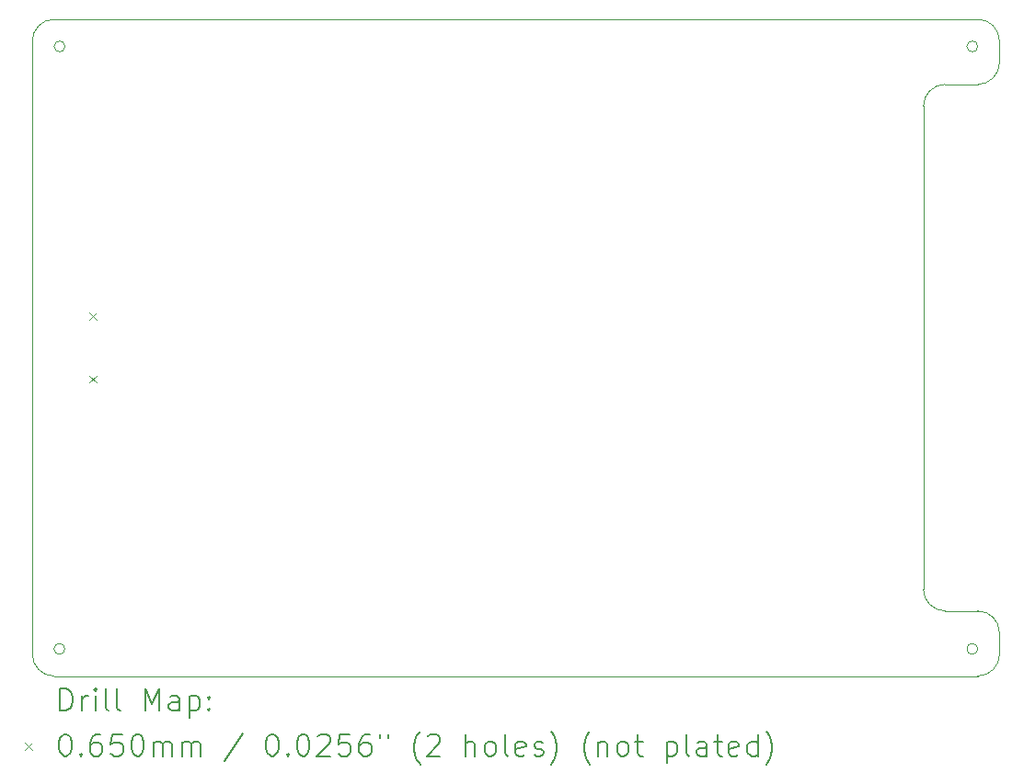
<source format=gbr>
%TF.GenerationSoftware,KiCad,Pcbnew,7.0.6*%
%TF.CreationDate,2023-07-20T20:35:06+02:00*%
%TF.ProjectId,black_scope,626c6163-6b5f-4736-936f-70652e6b6963,rev?*%
%TF.SameCoordinates,Original*%
%TF.FileFunction,Drillmap*%
%TF.FilePolarity,Positive*%
%FSLAX45Y45*%
G04 Gerber Fmt 4.5, Leading zero omitted, Abs format (unit mm)*
G04 Created by KiCad (PCBNEW 7.0.6) date 2023-07-20 20:35:06*
%MOMM*%
%LPD*%
G01*
G04 APERTURE LIST*
%ADD10C,0.100000*%
%ADD11C,0.200000*%
%ADD12C,0.065000*%
G04 APERTURE END LIST*
D10*
X18500000Y-7825000D02*
X18200000Y-7825000D01*
X18500000Y-13025000D02*
G75*
G03*
X18500000Y-13025000I-50000J0D01*
G01*
X18500000Y-7475000D02*
G75*
G03*
X18500000Y-7475000I-50000J0D01*
G01*
X18700000Y-13075000D02*
X18700000Y-12875000D01*
X18500000Y-13275000D02*
G75*
G03*
X18700000Y-13075000I0J200000D01*
G01*
X18000000Y-12475000D02*
G75*
G03*
X18200000Y-12675000I200000J0D01*
G01*
X10100000Y-13025000D02*
G75*
G03*
X10100000Y-13025000I-50000J0D01*
G01*
X10000000Y-7225000D02*
G75*
G03*
X9800000Y-7425000I0J-200000D01*
G01*
X9800000Y-13075000D02*
G75*
G03*
X10000000Y-13275000I200000J0D01*
G01*
X10000000Y-13275000D02*
X18500000Y-13275000D01*
X18500000Y-12675000D02*
X18200000Y-12675000D01*
X18700000Y-12875000D02*
G75*
G03*
X18500000Y-12675000I-200000J0D01*
G01*
X10100000Y-7475000D02*
G75*
G03*
X10100000Y-7475000I-50000J0D01*
G01*
X9800000Y-7425000D02*
X9800000Y-13075000D01*
X18500000Y-7825000D02*
G75*
G03*
X18700000Y-7625000I0J200000D01*
G01*
X18700000Y-7425000D02*
G75*
G03*
X18500000Y-7225000I-200000J0D01*
G01*
X18700000Y-7425000D02*
X18700000Y-7625000D01*
X18000000Y-12475000D02*
X18000000Y-8025000D01*
X10000000Y-7225000D02*
X18500000Y-7225000D01*
X18200000Y-7825000D02*
G75*
G03*
X18000000Y-8025000I0J-200000D01*
G01*
D11*
D12*
X10327500Y-9928500D02*
X10392500Y-9993500D01*
X10392500Y-9928500D02*
X10327500Y-9993500D01*
X10327500Y-10506500D02*
X10392500Y-10571500D01*
X10392500Y-10506500D02*
X10327500Y-10571500D01*
D11*
X10055777Y-13591484D02*
X10055777Y-13391484D01*
X10055777Y-13391484D02*
X10103396Y-13391484D01*
X10103396Y-13391484D02*
X10131967Y-13401008D01*
X10131967Y-13401008D02*
X10151015Y-13420055D01*
X10151015Y-13420055D02*
X10160539Y-13439103D01*
X10160539Y-13439103D02*
X10170063Y-13477198D01*
X10170063Y-13477198D02*
X10170063Y-13505769D01*
X10170063Y-13505769D02*
X10160539Y-13543865D01*
X10160539Y-13543865D02*
X10151015Y-13562912D01*
X10151015Y-13562912D02*
X10131967Y-13581960D01*
X10131967Y-13581960D02*
X10103396Y-13591484D01*
X10103396Y-13591484D02*
X10055777Y-13591484D01*
X10255777Y-13591484D02*
X10255777Y-13458150D01*
X10255777Y-13496246D02*
X10265301Y-13477198D01*
X10265301Y-13477198D02*
X10274824Y-13467674D01*
X10274824Y-13467674D02*
X10293872Y-13458150D01*
X10293872Y-13458150D02*
X10312920Y-13458150D01*
X10379586Y-13591484D02*
X10379586Y-13458150D01*
X10379586Y-13391484D02*
X10370063Y-13401008D01*
X10370063Y-13401008D02*
X10379586Y-13410531D01*
X10379586Y-13410531D02*
X10389110Y-13401008D01*
X10389110Y-13401008D02*
X10379586Y-13391484D01*
X10379586Y-13391484D02*
X10379586Y-13410531D01*
X10503396Y-13591484D02*
X10484348Y-13581960D01*
X10484348Y-13581960D02*
X10474824Y-13562912D01*
X10474824Y-13562912D02*
X10474824Y-13391484D01*
X10608158Y-13591484D02*
X10589110Y-13581960D01*
X10589110Y-13581960D02*
X10579586Y-13562912D01*
X10579586Y-13562912D02*
X10579586Y-13391484D01*
X10836729Y-13591484D02*
X10836729Y-13391484D01*
X10836729Y-13391484D02*
X10903396Y-13534341D01*
X10903396Y-13534341D02*
X10970063Y-13391484D01*
X10970063Y-13391484D02*
X10970063Y-13591484D01*
X11151015Y-13591484D02*
X11151015Y-13486722D01*
X11151015Y-13486722D02*
X11141491Y-13467674D01*
X11141491Y-13467674D02*
X11122444Y-13458150D01*
X11122444Y-13458150D02*
X11084348Y-13458150D01*
X11084348Y-13458150D02*
X11065301Y-13467674D01*
X11151015Y-13581960D02*
X11131967Y-13591484D01*
X11131967Y-13591484D02*
X11084348Y-13591484D01*
X11084348Y-13591484D02*
X11065301Y-13581960D01*
X11065301Y-13581960D02*
X11055777Y-13562912D01*
X11055777Y-13562912D02*
X11055777Y-13543865D01*
X11055777Y-13543865D02*
X11065301Y-13524817D01*
X11065301Y-13524817D02*
X11084348Y-13515293D01*
X11084348Y-13515293D02*
X11131967Y-13515293D01*
X11131967Y-13515293D02*
X11151015Y-13505769D01*
X11246253Y-13458150D02*
X11246253Y-13658150D01*
X11246253Y-13467674D02*
X11265301Y-13458150D01*
X11265301Y-13458150D02*
X11303396Y-13458150D01*
X11303396Y-13458150D02*
X11322443Y-13467674D01*
X11322443Y-13467674D02*
X11331967Y-13477198D01*
X11331967Y-13477198D02*
X11341491Y-13496246D01*
X11341491Y-13496246D02*
X11341491Y-13553388D01*
X11341491Y-13553388D02*
X11331967Y-13572436D01*
X11331967Y-13572436D02*
X11322443Y-13581960D01*
X11322443Y-13581960D02*
X11303396Y-13591484D01*
X11303396Y-13591484D02*
X11265301Y-13591484D01*
X11265301Y-13591484D02*
X11246253Y-13581960D01*
X11427205Y-13572436D02*
X11436729Y-13581960D01*
X11436729Y-13581960D02*
X11427205Y-13591484D01*
X11427205Y-13591484D02*
X11417682Y-13581960D01*
X11417682Y-13581960D02*
X11427205Y-13572436D01*
X11427205Y-13572436D02*
X11427205Y-13591484D01*
X11427205Y-13467674D02*
X11436729Y-13477198D01*
X11436729Y-13477198D02*
X11427205Y-13486722D01*
X11427205Y-13486722D02*
X11417682Y-13477198D01*
X11417682Y-13477198D02*
X11427205Y-13467674D01*
X11427205Y-13467674D02*
X11427205Y-13486722D01*
D12*
X9730000Y-13887500D02*
X9795000Y-13952500D01*
X9795000Y-13887500D02*
X9730000Y-13952500D01*
D11*
X10093872Y-13811484D02*
X10112920Y-13811484D01*
X10112920Y-13811484D02*
X10131967Y-13821008D01*
X10131967Y-13821008D02*
X10141491Y-13830531D01*
X10141491Y-13830531D02*
X10151015Y-13849579D01*
X10151015Y-13849579D02*
X10160539Y-13887674D01*
X10160539Y-13887674D02*
X10160539Y-13935293D01*
X10160539Y-13935293D02*
X10151015Y-13973388D01*
X10151015Y-13973388D02*
X10141491Y-13992436D01*
X10141491Y-13992436D02*
X10131967Y-14001960D01*
X10131967Y-14001960D02*
X10112920Y-14011484D01*
X10112920Y-14011484D02*
X10093872Y-14011484D01*
X10093872Y-14011484D02*
X10074824Y-14001960D01*
X10074824Y-14001960D02*
X10065301Y-13992436D01*
X10065301Y-13992436D02*
X10055777Y-13973388D01*
X10055777Y-13973388D02*
X10046253Y-13935293D01*
X10046253Y-13935293D02*
X10046253Y-13887674D01*
X10046253Y-13887674D02*
X10055777Y-13849579D01*
X10055777Y-13849579D02*
X10065301Y-13830531D01*
X10065301Y-13830531D02*
X10074824Y-13821008D01*
X10074824Y-13821008D02*
X10093872Y-13811484D01*
X10246253Y-13992436D02*
X10255777Y-14001960D01*
X10255777Y-14001960D02*
X10246253Y-14011484D01*
X10246253Y-14011484D02*
X10236729Y-14001960D01*
X10236729Y-14001960D02*
X10246253Y-13992436D01*
X10246253Y-13992436D02*
X10246253Y-14011484D01*
X10427205Y-13811484D02*
X10389110Y-13811484D01*
X10389110Y-13811484D02*
X10370063Y-13821008D01*
X10370063Y-13821008D02*
X10360539Y-13830531D01*
X10360539Y-13830531D02*
X10341491Y-13859103D01*
X10341491Y-13859103D02*
X10331967Y-13897198D01*
X10331967Y-13897198D02*
X10331967Y-13973388D01*
X10331967Y-13973388D02*
X10341491Y-13992436D01*
X10341491Y-13992436D02*
X10351015Y-14001960D01*
X10351015Y-14001960D02*
X10370063Y-14011484D01*
X10370063Y-14011484D02*
X10408158Y-14011484D01*
X10408158Y-14011484D02*
X10427205Y-14001960D01*
X10427205Y-14001960D02*
X10436729Y-13992436D01*
X10436729Y-13992436D02*
X10446253Y-13973388D01*
X10446253Y-13973388D02*
X10446253Y-13925769D01*
X10446253Y-13925769D02*
X10436729Y-13906722D01*
X10436729Y-13906722D02*
X10427205Y-13897198D01*
X10427205Y-13897198D02*
X10408158Y-13887674D01*
X10408158Y-13887674D02*
X10370063Y-13887674D01*
X10370063Y-13887674D02*
X10351015Y-13897198D01*
X10351015Y-13897198D02*
X10341491Y-13906722D01*
X10341491Y-13906722D02*
X10331967Y-13925769D01*
X10627205Y-13811484D02*
X10531967Y-13811484D01*
X10531967Y-13811484D02*
X10522444Y-13906722D01*
X10522444Y-13906722D02*
X10531967Y-13897198D01*
X10531967Y-13897198D02*
X10551015Y-13887674D01*
X10551015Y-13887674D02*
X10598634Y-13887674D01*
X10598634Y-13887674D02*
X10617682Y-13897198D01*
X10617682Y-13897198D02*
X10627205Y-13906722D01*
X10627205Y-13906722D02*
X10636729Y-13925769D01*
X10636729Y-13925769D02*
X10636729Y-13973388D01*
X10636729Y-13973388D02*
X10627205Y-13992436D01*
X10627205Y-13992436D02*
X10617682Y-14001960D01*
X10617682Y-14001960D02*
X10598634Y-14011484D01*
X10598634Y-14011484D02*
X10551015Y-14011484D01*
X10551015Y-14011484D02*
X10531967Y-14001960D01*
X10531967Y-14001960D02*
X10522444Y-13992436D01*
X10760539Y-13811484D02*
X10779586Y-13811484D01*
X10779586Y-13811484D02*
X10798634Y-13821008D01*
X10798634Y-13821008D02*
X10808158Y-13830531D01*
X10808158Y-13830531D02*
X10817682Y-13849579D01*
X10817682Y-13849579D02*
X10827205Y-13887674D01*
X10827205Y-13887674D02*
X10827205Y-13935293D01*
X10827205Y-13935293D02*
X10817682Y-13973388D01*
X10817682Y-13973388D02*
X10808158Y-13992436D01*
X10808158Y-13992436D02*
X10798634Y-14001960D01*
X10798634Y-14001960D02*
X10779586Y-14011484D01*
X10779586Y-14011484D02*
X10760539Y-14011484D01*
X10760539Y-14011484D02*
X10741491Y-14001960D01*
X10741491Y-14001960D02*
X10731967Y-13992436D01*
X10731967Y-13992436D02*
X10722444Y-13973388D01*
X10722444Y-13973388D02*
X10712920Y-13935293D01*
X10712920Y-13935293D02*
X10712920Y-13887674D01*
X10712920Y-13887674D02*
X10722444Y-13849579D01*
X10722444Y-13849579D02*
X10731967Y-13830531D01*
X10731967Y-13830531D02*
X10741491Y-13821008D01*
X10741491Y-13821008D02*
X10760539Y-13811484D01*
X10912920Y-14011484D02*
X10912920Y-13878150D01*
X10912920Y-13897198D02*
X10922444Y-13887674D01*
X10922444Y-13887674D02*
X10941491Y-13878150D01*
X10941491Y-13878150D02*
X10970063Y-13878150D01*
X10970063Y-13878150D02*
X10989110Y-13887674D01*
X10989110Y-13887674D02*
X10998634Y-13906722D01*
X10998634Y-13906722D02*
X10998634Y-14011484D01*
X10998634Y-13906722D02*
X11008158Y-13887674D01*
X11008158Y-13887674D02*
X11027205Y-13878150D01*
X11027205Y-13878150D02*
X11055777Y-13878150D01*
X11055777Y-13878150D02*
X11074825Y-13887674D01*
X11074825Y-13887674D02*
X11084348Y-13906722D01*
X11084348Y-13906722D02*
X11084348Y-14011484D01*
X11179586Y-14011484D02*
X11179586Y-13878150D01*
X11179586Y-13897198D02*
X11189110Y-13887674D01*
X11189110Y-13887674D02*
X11208158Y-13878150D01*
X11208158Y-13878150D02*
X11236729Y-13878150D01*
X11236729Y-13878150D02*
X11255777Y-13887674D01*
X11255777Y-13887674D02*
X11265301Y-13906722D01*
X11265301Y-13906722D02*
X11265301Y-14011484D01*
X11265301Y-13906722D02*
X11274824Y-13887674D01*
X11274824Y-13887674D02*
X11293872Y-13878150D01*
X11293872Y-13878150D02*
X11322443Y-13878150D01*
X11322443Y-13878150D02*
X11341491Y-13887674D01*
X11341491Y-13887674D02*
X11351015Y-13906722D01*
X11351015Y-13906722D02*
X11351015Y-14011484D01*
X11741491Y-13801960D02*
X11570063Y-14059103D01*
X11998634Y-13811484D02*
X12017682Y-13811484D01*
X12017682Y-13811484D02*
X12036729Y-13821008D01*
X12036729Y-13821008D02*
X12046253Y-13830531D01*
X12046253Y-13830531D02*
X12055777Y-13849579D01*
X12055777Y-13849579D02*
X12065301Y-13887674D01*
X12065301Y-13887674D02*
X12065301Y-13935293D01*
X12065301Y-13935293D02*
X12055777Y-13973388D01*
X12055777Y-13973388D02*
X12046253Y-13992436D01*
X12046253Y-13992436D02*
X12036729Y-14001960D01*
X12036729Y-14001960D02*
X12017682Y-14011484D01*
X12017682Y-14011484D02*
X11998634Y-14011484D01*
X11998634Y-14011484D02*
X11979586Y-14001960D01*
X11979586Y-14001960D02*
X11970063Y-13992436D01*
X11970063Y-13992436D02*
X11960539Y-13973388D01*
X11960539Y-13973388D02*
X11951015Y-13935293D01*
X11951015Y-13935293D02*
X11951015Y-13887674D01*
X11951015Y-13887674D02*
X11960539Y-13849579D01*
X11960539Y-13849579D02*
X11970063Y-13830531D01*
X11970063Y-13830531D02*
X11979586Y-13821008D01*
X11979586Y-13821008D02*
X11998634Y-13811484D01*
X12151015Y-13992436D02*
X12160539Y-14001960D01*
X12160539Y-14001960D02*
X12151015Y-14011484D01*
X12151015Y-14011484D02*
X12141491Y-14001960D01*
X12141491Y-14001960D02*
X12151015Y-13992436D01*
X12151015Y-13992436D02*
X12151015Y-14011484D01*
X12284348Y-13811484D02*
X12303396Y-13811484D01*
X12303396Y-13811484D02*
X12322444Y-13821008D01*
X12322444Y-13821008D02*
X12331967Y-13830531D01*
X12331967Y-13830531D02*
X12341491Y-13849579D01*
X12341491Y-13849579D02*
X12351015Y-13887674D01*
X12351015Y-13887674D02*
X12351015Y-13935293D01*
X12351015Y-13935293D02*
X12341491Y-13973388D01*
X12341491Y-13973388D02*
X12331967Y-13992436D01*
X12331967Y-13992436D02*
X12322444Y-14001960D01*
X12322444Y-14001960D02*
X12303396Y-14011484D01*
X12303396Y-14011484D02*
X12284348Y-14011484D01*
X12284348Y-14011484D02*
X12265301Y-14001960D01*
X12265301Y-14001960D02*
X12255777Y-13992436D01*
X12255777Y-13992436D02*
X12246253Y-13973388D01*
X12246253Y-13973388D02*
X12236729Y-13935293D01*
X12236729Y-13935293D02*
X12236729Y-13887674D01*
X12236729Y-13887674D02*
X12246253Y-13849579D01*
X12246253Y-13849579D02*
X12255777Y-13830531D01*
X12255777Y-13830531D02*
X12265301Y-13821008D01*
X12265301Y-13821008D02*
X12284348Y-13811484D01*
X12427206Y-13830531D02*
X12436729Y-13821008D01*
X12436729Y-13821008D02*
X12455777Y-13811484D01*
X12455777Y-13811484D02*
X12503396Y-13811484D01*
X12503396Y-13811484D02*
X12522444Y-13821008D01*
X12522444Y-13821008D02*
X12531967Y-13830531D01*
X12531967Y-13830531D02*
X12541491Y-13849579D01*
X12541491Y-13849579D02*
X12541491Y-13868627D01*
X12541491Y-13868627D02*
X12531967Y-13897198D01*
X12531967Y-13897198D02*
X12417682Y-14011484D01*
X12417682Y-14011484D02*
X12541491Y-14011484D01*
X12722444Y-13811484D02*
X12627206Y-13811484D01*
X12627206Y-13811484D02*
X12617682Y-13906722D01*
X12617682Y-13906722D02*
X12627206Y-13897198D01*
X12627206Y-13897198D02*
X12646253Y-13887674D01*
X12646253Y-13887674D02*
X12693872Y-13887674D01*
X12693872Y-13887674D02*
X12712920Y-13897198D01*
X12712920Y-13897198D02*
X12722444Y-13906722D01*
X12722444Y-13906722D02*
X12731967Y-13925769D01*
X12731967Y-13925769D02*
X12731967Y-13973388D01*
X12731967Y-13973388D02*
X12722444Y-13992436D01*
X12722444Y-13992436D02*
X12712920Y-14001960D01*
X12712920Y-14001960D02*
X12693872Y-14011484D01*
X12693872Y-14011484D02*
X12646253Y-14011484D01*
X12646253Y-14011484D02*
X12627206Y-14001960D01*
X12627206Y-14001960D02*
X12617682Y-13992436D01*
X12903396Y-13811484D02*
X12865301Y-13811484D01*
X12865301Y-13811484D02*
X12846253Y-13821008D01*
X12846253Y-13821008D02*
X12836729Y-13830531D01*
X12836729Y-13830531D02*
X12817682Y-13859103D01*
X12817682Y-13859103D02*
X12808158Y-13897198D01*
X12808158Y-13897198D02*
X12808158Y-13973388D01*
X12808158Y-13973388D02*
X12817682Y-13992436D01*
X12817682Y-13992436D02*
X12827206Y-14001960D01*
X12827206Y-14001960D02*
X12846253Y-14011484D01*
X12846253Y-14011484D02*
X12884348Y-14011484D01*
X12884348Y-14011484D02*
X12903396Y-14001960D01*
X12903396Y-14001960D02*
X12912920Y-13992436D01*
X12912920Y-13992436D02*
X12922444Y-13973388D01*
X12922444Y-13973388D02*
X12922444Y-13925769D01*
X12922444Y-13925769D02*
X12912920Y-13906722D01*
X12912920Y-13906722D02*
X12903396Y-13897198D01*
X12903396Y-13897198D02*
X12884348Y-13887674D01*
X12884348Y-13887674D02*
X12846253Y-13887674D01*
X12846253Y-13887674D02*
X12827206Y-13897198D01*
X12827206Y-13897198D02*
X12817682Y-13906722D01*
X12817682Y-13906722D02*
X12808158Y-13925769D01*
X12998634Y-13811484D02*
X12998634Y-13849579D01*
X13074825Y-13811484D02*
X13074825Y-13849579D01*
X13370063Y-14087674D02*
X13360539Y-14078150D01*
X13360539Y-14078150D02*
X13341491Y-14049579D01*
X13341491Y-14049579D02*
X13331968Y-14030531D01*
X13331968Y-14030531D02*
X13322444Y-14001960D01*
X13322444Y-14001960D02*
X13312920Y-13954341D01*
X13312920Y-13954341D02*
X13312920Y-13916246D01*
X13312920Y-13916246D02*
X13322444Y-13868627D01*
X13322444Y-13868627D02*
X13331968Y-13840055D01*
X13331968Y-13840055D02*
X13341491Y-13821008D01*
X13341491Y-13821008D02*
X13360539Y-13792436D01*
X13360539Y-13792436D02*
X13370063Y-13782912D01*
X13436729Y-13830531D02*
X13446253Y-13821008D01*
X13446253Y-13821008D02*
X13465301Y-13811484D01*
X13465301Y-13811484D02*
X13512920Y-13811484D01*
X13512920Y-13811484D02*
X13531968Y-13821008D01*
X13531968Y-13821008D02*
X13541491Y-13830531D01*
X13541491Y-13830531D02*
X13551015Y-13849579D01*
X13551015Y-13849579D02*
X13551015Y-13868627D01*
X13551015Y-13868627D02*
X13541491Y-13897198D01*
X13541491Y-13897198D02*
X13427206Y-14011484D01*
X13427206Y-14011484D02*
X13551015Y-14011484D01*
X13789110Y-14011484D02*
X13789110Y-13811484D01*
X13874825Y-14011484D02*
X13874825Y-13906722D01*
X13874825Y-13906722D02*
X13865301Y-13887674D01*
X13865301Y-13887674D02*
X13846253Y-13878150D01*
X13846253Y-13878150D02*
X13817682Y-13878150D01*
X13817682Y-13878150D02*
X13798634Y-13887674D01*
X13798634Y-13887674D02*
X13789110Y-13897198D01*
X13998634Y-14011484D02*
X13979587Y-14001960D01*
X13979587Y-14001960D02*
X13970063Y-13992436D01*
X13970063Y-13992436D02*
X13960539Y-13973388D01*
X13960539Y-13973388D02*
X13960539Y-13916246D01*
X13960539Y-13916246D02*
X13970063Y-13897198D01*
X13970063Y-13897198D02*
X13979587Y-13887674D01*
X13979587Y-13887674D02*
X13998634Y-13878150D01*
X13998634Y-13878150D02*
X14027206Y-13878150D01*
X14027206Y-13878150D02*
X14046253Y-13887674D01*
X14046253Y-13887674D02*
X14055777Y-13897198D01*
X14055777Y-13897198D02*
X14065301Y-13916246D01*
X14065301Y-13916246D02*
X14065301Y-13973388D01*
X14065301Y-13973388D02*
X14055777Y-13992436D01*
X14055777Y-13992436D02*
X14046253Y-14001960D01*
X14046253Y-14001960D02*
X14027206Y-14011484D01*
X14027206Y-14011484D02*
X13998634Y-14011484D01*
X14179587Y-14011484D02*
X14160539Y-14001960D01*
X14160539Y-14001960D02*
X14151015Y-13982912D01*
X14151015Y-13982912D02*
X14151015Y-13811484D01*
X14331968Y-14001960D02*
X14312920Y-14011484D01*
X14312920Y-14011484D02*
X14274825Y-14011484D01*
X14274825Y-14011484D02*
X14255777Y-14001960D01*
X14255777Y-14001960D02*
X14246253Y-13982912D01*
X14246253Y-13982912D02*
X14246253Y-13906722D01*
X14246253Y-13906722D02*
X14255777Y-13887674D01*
X14255777Y-13887674D02*
X14274825Y-13878150D01*
X14274825Y-13878150D02*
X14312920Y-13878150D01*
X14312920Y-13878150D02*
X14331968Y-13887674D01*
X14331968Y-13887674D02*
X14341491Y-13906722D01*
X14341491Y-13906722D02*
X14341491Y-13925769D01*
X14341491Y-13925769D02*
X14246253Y-13944817D01*
X14417682Y-14001960D02*
X14436730Y-14011484D01*
X14436730Y-14011484D02*
X14474825Y-14011484D01*
X14474825Y-14011484D02*
X14493872Y-14001960D01*
X14493872Y-14001960D02*
X14503396Y-13982912D01*
X14503396Y-13982912D02*
X14503396Y-13973388D01*
X14503396Y-13973388D02*
X14493872Y-13954341D01*
X14493872Y-13954341D02*
X14474825Y-13944817D01*
X14474825Y-13944817D02*
X14446253Y-13944817D01*
X14446253Y-13944817D02*
X14427206Y-13935293D01*
X14427206Y-13935293D02*
X14417682Y-13916246D01*
X14417682Y-13916246D02*
X14417682Y-13906722D01*
X14417682Y-13906722D02*
X14427206Y-13887674D01*
X14427206Y-13887674D02*
X14446253Y-13878150D01*
X14446253Y-13878150D02*
X14474825Y-13878150D01*
X14474825Y-13878150D02*
X14493872Y-13887674D01*
X14570063Y-14087674D02*
X14579587Y-14078150D01*
X14579587Y-14078150D02*
X14598634Y-14049579D01*
X14598634Y-14049579D02*
X14608158Y-14030531D01*
X14608158Y-14030531D02*
X14617682Y-14001960D01*
X14617682Y-14001960D02*
X14627206Y-13954341D01*
X14627206Y-13954341D02*
X14627206Y-13916246D01*
X14627206Y-13916246D02*
X14617682Y-13868627D01*
X14617682Y-13868627D02*
X14608158Y-13840055D01*
X14608158Y-13840055D02*
X14598634Y-13821008D01*
X14598634Y-13821008D02*
X14579587Y-13792436D01*
X14579587Y-13792436D02*
X14570063Y-13782912D01*
X14931968Y-14087674D02*
X14922444Y-14078150D01*
X14922444Y-14078150D02*
X14903396Y-14049579D01*
X14903396Y-14049579D02*
X14893872Y-14030531D01*
X14893872Y-14030531D02*
X14884349Y-14001960D01*
X14884349Y-14001960D02*
X14874825Y-13954341D01*
X14874825Y-13954341D02*
X14874825Y-13916246D01*
X14874825Y-13916246D02*
X14884349Y-13868627D01*
X14884349Y-13868627D02*
X14893872Y-13840055D01*
X14893872Y-13840055D02*
X14903396Y-13821008D01*
X14903396Y-13821008D02*
X14922444Y-13792436D01*
X14922444Y-13792436D02*
X14931968Y-13782912D01*
X15008158Y-13878150D02*
X15008158Y-14011484D01*
X15008158Y-13897198D02*
X15017682Y-13887674D01*
X15017682Y-13887674D02*
X15036730Y-13878150D01*
X15036730Y-13878150D02*
X15065301Y-13878150D01*
X15065301Y-13878150D02*
X15084349Y-13887674D01*
X15084349Y-13887674D02*
X15093872Y-13906722D01*
X15093872Y-13906722D02*
X15093872Y-14011484D01*
X15217682Y-14011484D02*
X15198634Y-14001960D01*
X15198634Y-14001960D02*
X15189111Y-13992436D01*
X15189111Y-13992436D02*
X15179587Y-13973388D01*
X15179587Y-13973388D02*
X15179587Y-13916246D01*
X15179587Y-13916246D02*
X15189111Y-13897198D01*
X15189111Y-13897198D02*
X15198634Y-13887674D01*
X15198634Y-13887674D02*
X15217682Y-13878150D01*
X15217682Y-13878150D02*
X15246253Y-13878150D01*
X15246253Y-13878150D02*
X15265301Y-13887674D01*
X15265301Y-13887674D02*
X15274825Y-13897198D01*
X15274825Y-13897198D02*
X15284349Y-13916246D01*
X15284349Y-13916246D02*
X15284349Y-13973388D01*
X15284349Y-13973388D02*
X15274825Y-13992436D01*
X15274825Y-13992436D02*
X15265301Y-14001960D01*
X15265301Y-14001960D02*
X15246253Y-14011484D01*
X15246253Y-14011484D02*
X15217682Y-14011484D01*
X15341492Y-13878150D02*
X15417682Y-13878150D01*
X15370063Y-13811484D02*
X15370063Y-13982912D01*
X15370063Y-13982912D02*
X15379587Y-14001960D01*
X15379587Y-14001960D02*
X15398634Y-14011484D01*
X15398634Y-14011484D02*
X15417682Y-14011484D01*
X15636730Y-13878150D02*
X15636730Y-14078150D01*
X15636730Y-13887674D02*
X15655777Y-13878150D01*
X15655777Y-13878150D02*
X15693873Y-13878150D01*
X15693873Y-13878150D02*
X15712920Y-13887674D01*
X15712920Y-13887674D02*
X15722444Y-13897198D01*
X15722444Y-13897198D02*
X15731968Y-13916246D01*
X15731968Y-13916246D02*
X15731968Y-13973388D01*
X15731968Y-13973388D02*
X15722444Y-13992436D01*
X15722444Y-13992436D02*
X15712920Y-14001960D01*
X15712920Y-14001960D02*
X15693873Y-14011484D01*
X15693873Y-14011484D02*
X15655777Y-14011484D01*
X15655777Y-14011484D02*
X15636730Y-14001960D01*
X15846253Y-14011484D02*
X15827206Y-14001960D01*
X15827206Y-14001960D02*
X15817682Y-13982912D01*
X15817682Y-13982912D02*
X15817682Y-13811484D01*
X16008158Y-14011484D02*
X16008158Y-13906722D01*
X16008158Y-13906722D02*
X15998634Y-13887674D01*
X15998634Y-13887674D02*
X15979587Y-13878150D01*
X15979587Y-13878150D02*
X15941492Y-13878150D01*
X15941492Y-13878150D02*
X15922444Y-13887674D01*
X16008158Y-14001960D02*
X15989111Y-14011484D01*
X15989111Y-14011484D02*
X15941492Y-14011484D01*
X15941492Y-14011484D02*
X15922444Y-14001960D01*
X15922444Y-14001960D02*
X15912920Y-13982912D01*
X15912920Y-13982912D02*
X15912920Y-13963865D01*
X15912920Y-13963865D02*
X15922444Y-13944817D01*
X15922444Y-13944817D02*
X15941492Y-13935293D01*
X15941492Y-13935293D02*
X15989111Y-13935293D01*
X15989111Y-13935293D02*
X16008158Y-13925769D01*
X16074825Y-13878150D02*
X16151015Y-13878150D01*
X16103396Y-13811484D02*
X16103396Y-13982912D01*
X16103396Y-13982912D02*
X16112920Y-14001960D01*
X16112920Y-14001960D02*
X16131968Y-14011484D01*
X16131968Y-14011484D02*
X16151015Y-14011484D01*
X16293873Y-14001960D02*
X16274825Y-14011484D01*
X16274825Y-14011484D02*
X16236730Y-14011484D01*
X16236730Y-14011484D02*
X16217682Y-14001960D01*
X16217682Y-14001960D02*
X16208158Y-13982912D01*
X16208158Y-13982912D02*
X16208158Y-13906722D01*
X16208158Y-13906722D02*
X16217682Y-13887674D01*
X16217682Y-13887674D02*
X16236730Y-13878150D01*
X16236730Y-13878150D02*
X16274825Y-13878150D01*
X16274825Y-13878150D02*
X16293873Y-13887674D01*
X16293873Y-13887674D02*
X16303396Y-13906722D01*
X16303396Y-13906722D02*
X16303396Y-13925769D01*
X16303396Y-13925769D02*
X16208158Y-13944817D01*
X16474825Y-14011484D02*
X16474825Y-13811484D01*
X16474825Y-14001960D02*
X16455777Y-14011484D01*
X16455777Y-14011484D02*
X16417682Y-14011484D01*
X16417682Y-14011484D02*
X16398634Y-14001960D01*
X16398634Y-14001960D02*
X16389111Y-13992436D01*
X16389111Y-13992436D02*
X16379587Y-13973388D01*
X16379587Y-13973388D02*
X16379587Y-13916246D01*
X16379587Y-13916246D02*
X16389111Y-13897198D01*
X16389111Y-13897198D02*
X16398634Y-13887674D01*
X16398634Y-13887674D02*
X16417682Y-13878150D01*
X16417682Y-13878150D02*
X16455777Y-13878150D01*
X16455777Y-13878150D02*
X16474825Y-13887674D01*
X16551015Y-14087674D02*
X16560539Y-14078150D01*
X16560539Y-14078150D02*
X16579587Y-14049579D01*
X16579587Y-14049579D02*
X16589111Y-14030531D01*
X16589111Y-14030531D02*
X16598634Y-14001960D01*
X16598634Y-14001960D02*
X16608158Y-13954341D01*
X16608158Y-13954341D02*
X16608158Y-13916246D01*
X16608158Y-13916246D02*
X16598634Y-13868627D01*
X16598634Y-13868627D02*
X16589111Y-13840055D01*
X16589111Y-13840055D02*
X16579587Y-13821008D01*
X16579587Y-13821008D02*
X16560539Y-13792436D01*
X16560539Y-13792436D02*
X16551015Y-13782912D01*
M02*

</source>
